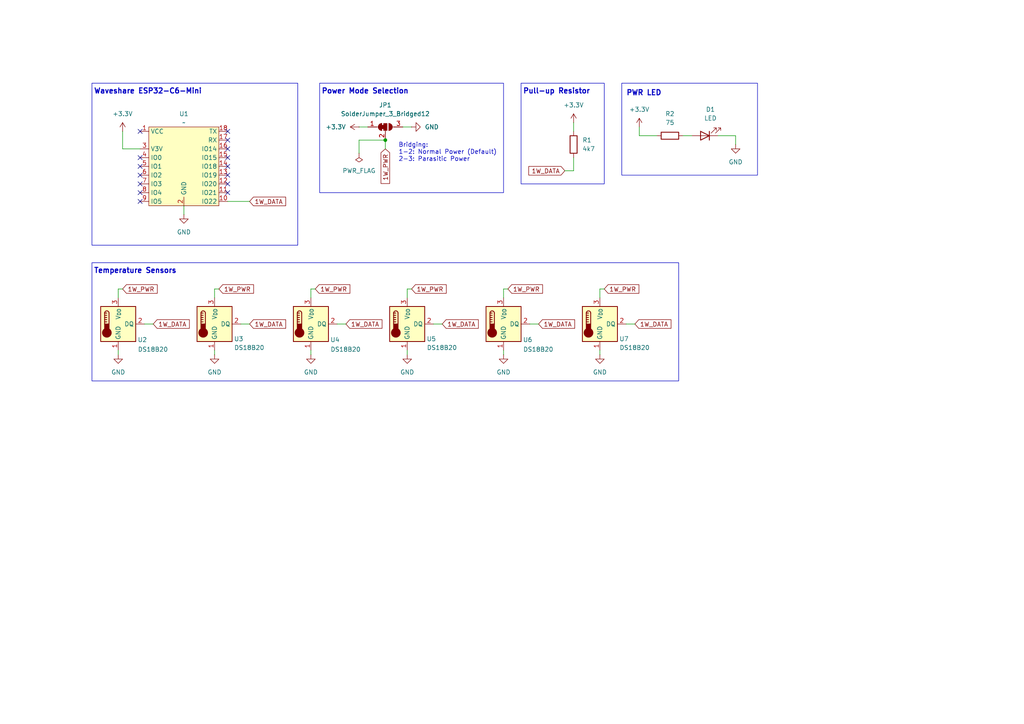
<source format=kicad_sch>
(kicad_sch (version 20231120) (generator "eeschema") (generator_version "8.0")
  (paper "A4")
  (title_block (rev "1.0"))
  (lib_symbols
    (symbol "Device:LED" (pin_numbers hide) (pin_names (offset 1.016) hide)
      (property "Reference" "D" (at 0 2.54 0))
      (property "Value" "LED" (at 0 -2.54 0))
      (symbol "LED_0_1"
        (polyline (pts (xy -1.27 -1.27) (xy -1.27 1.27)) (stroke (width 0.254)))
        (polyline (pts (xy -1.27 0) (xy 1.27 0)))
        (polyline (pts (xy 1.27 -1.27) (xy 1.27 1.27) (xy -1.27 0) (xy 1.27 -1.27)) (stroke (width 0.254)))
        (polyline (pts (xy -3.048 -0.762) (xy -4.572 -2.286) (xy -3.81 -2.286) (xy -4.572 -2.286) (xy -4.572 -1.524)))
        (polyline (pts (xy -1.778 -0.762) (xy -3.302 -2.286) (xy -2.54 -2.286) (xy -3.302 -2.286) (xy -3.302 -1.524)))
      )
      (symbol "LED_1_1"
        (pin passive line (at -3.81 0 0) (length 2.54) (name "K") (number "1"))
        (pin passive line (at 3.81 0 180) (length 2.54) (name "A") (number "2"))
      )
    )
    (symbol "Device:R" (pin_numbers hide) (pin_names (offset 0))
      (property "Reference" "R" (at 2.032 0 90))
      (property "Value" "R" (at 0 0 90))
      (symbol "R_0_1"
        (rectangle (start -1.016 -2.54) (end 1.016 2.54) (stroke (width 0.254)))
      )
      (symbol "R_1_1"
        (pin passive line (at 0 3.81 270) (length 1.27) (name "~") (number "1"))
        (pin passive line (at 0 -3.81 90) (length 1.27) (name "~") (number "2"))
      )
    )
    (symbol "Jumper:SolderJumper_3_Bridged12" (pin_names (offset 0) hide)
      (property "Reference" "JP" (at -2.54 -2.54 0))
      (property "Value" "SolderJumper_3_Bridged12" (at 0 2.794 0))
      (symbol "SolderJumper_3_Bridged12_0_1"
        (rectangle (start -1.016 0.508) (end -0.508 -0.508) (fill (type outline)))
        (arc (start -1.016 1.016) (mid -2.0276 0) (end -1.016 -1.016))
        (arc (start -1.016 1.016) (mid -2.0276 0) (end -1.016 -1.016) (fill (type outline)))
        (rectangle (start -0.508 1.016) (end 0.508 -1.016) (fill (type outline)))
        (polyline (pts (xy -2.54 0) (xy -2.032 0)))
        (polyline (pts (xy -1.016 1.016) (xy -1.016 -1.016)))
        (polyline (pts (xy 0 -1.27) (xy 0 -1.016)))
        (polyline (pts (xy 1.016 1.016) (xy 1.016 -1.016)))
        (polyline (pts (xy 2.54 0) (xy 2.032 0)))
        (arc (start 1.016 -1.016) (mid 2.0276 0) (end 1.016 1.016))
        (arc (start 1.016 -1.016) (mid 2.0276 0) (end 1.016 1.016) (fill (type outline)))
      )
      (symbol "SolderJumper_3_Bridged12_1_1"
        (pin passive line (at -5.08 0 0) (length 2.54) (name "A") (number "1"))
        (pin passive line (at 0 -3.81 90) (length 2.54) (name "C") (number "2"))
        (pin passive line (at 5.08 0 180) (length 2.54) (name "B") (number "3"))
      )
    )
    (symbol "Sensor_Temperature:DS18B20"
      (property "Reference" "U" (at -3.81 6.35 0))
      (property "Value" "DS18B20" (at 6.35 6.35 0))
      (symbol "DS18B20_0_1"
        (rectangle (start -5.08 5.08) (end 5.08 -5.08) (stroke (width 0.254)) (fill (type background)))
        (circle (center -3.302 -2.54) (radius 1.27) (stroke (width 0.254)) (fill (type outline)))
        (rectangle (start -2.667 -1.905) (end -3.937 0) (stroke (width 0.254)) (fill (type outline)))
        (arc (start -2.667 3.175) (mid -3.302 3.8073) (end -3.937 3.175) (stroke (width 0.254)))
        (polyline (pts (xy -3.937 0.635) (xy -3.302 0.635)) (stroke (width 0.254)))
        (polyline (pts (xy -3.937 1.27) (xy -3.302 1.27)) (stroke (width 0.254)))
        (polyline (pts (xy -3.937 1.905) (xy -3.302 1.905)) (stroke (width 0.254)))
        (polyline (pts (xy -3.937 2.54) (xy -3.302 2.54)) (stroke (width 0.254)))
        (polyline (pts (xy -3.937 3.175) (xy -3.937 0)) (stroke (width 0.254)))
        (polyline (pts (xy -3.937 3.175) (xy -3.302 3.175)) (stroke (width 0.254)))
        (polyline (pts (xy -2.667 3.175) (xy -2.667 0)) (stroke (width 0.254)))
      )
      (symbol "DS18B20_1_1"
        (pin power_in line (at 0 -7.62 90) (length 2.54) (name "GND") (number "1"))
        (pin bidirectional line (at 7.62 0 180) (length 2.54) (name "DQ") (number "2"))
        (pin power_in line (at 0 7.62 270) (length 2.54) (name "V_{DD}") (number "3"))
      )
    )
    (symbol "Waveshare-ESP32:Waveshare-ESP32-C6-Zero"
      (property "Reference" "U1" (at 0 15.24 0))
      (property "Value" "~" (at 0 12.7 0))
      (symbol "Waveshare-ESP32-C6-Zero_1_1"
        (rectangle (start -10.16 11.43) (end 10.16 -11.43) (fill (type background)))
        (pin power_out line (at -12.7 10.16 0) (length 2.54) (name "VCC") (number "1"))
        (pin bidirectional line (at 12.7 -10.16 180) (length 2.54) (name "IO22") (number "10"))
        (pin bidirectional line (at 12.7 -7.62 180) (length 2.54) (name "IO21") (number "11"))
        (pin bidirectional line (at 12.7 -5.08 180) (length 2.54) (name "IO20") (number "12"))
        (pin bidirectional line (at 12.7 -2.54 180) (length 2.54) (name "IO19") (number "13"))
        (pin bidirectional line (at 12.7 0 180) (length 2.54) (name "IO18") (number "14"))
        (pin bidirectional line (at 12.7 2.54 180) (length 2.54) (name "IO15") (number "15"))
        (pin bidirectional line (at 12.7 5.08 180) (length 2.54) (name "IO14") (number "16"))
        (pin bidirectional line (at 12.7 7.62 180) (length 2.54) (name "RX") (number "17"))
        (pin bidirectional line (at 12.7 10.16 180) (length 2.54) (name "TX") (number "18"))
        (pin power_out line (at 0 -11.43 90) (length 2.54) (name "GND") (number "2"))
        (pin power_out line (at -12.7 5.08 0) (length 2.54) (name "V3V") (number "3"))
        (pin bidirectional line (at -12.7 2.54 0) (length 2.54) (name "IO0") (number "4"))
        (pin bidirectional line (at -12.7 0 0) (length 2.54) (name "IO1") (number "5"))
        (pin bidirectional line (at -12.7 -2.54 0) (length 2.54) (name "IO2") (number "6"))
        (pin bidirectional line (at -12.7 -5.08 0) (length 2.54) (name "IO3") (number "7"))
        (pin bidirectional line (at -12.7 -7.62 0) (length 2.54) (name "IO4") (number "8"))
        (pin bidirectional line (at -12.7 -10.16 0) (length 2.54) (name "IO5") (number "9"))
      )
    )
    (symbol "power:+3.3V" (power) (pin_numbers hide) (pin_names (offset 0) hide)
      (property "Value" "+3.3V" (at 0 3.556 0))
      (symbol "+3.3V_0_1"
        (polyline (pts (xy -0.762 1.27) (xy 0 2.54)))
        (polyline (pts (xy 0 0) (xy 0 2.54)))
        (polyline (pts (xy 0 2.54) (xy 0.762 1.27)))
      )
      (symbol "+3.3V_1_1"
        (pin power_in line (at 0 0 90) (length 0) (name "~") (number "1"))
      )
    )
    (symbol "power:GND" (power) (pin_numbers hide) (pin_names (offset 0) hide)
      (property "Value" "GND" (at 0 -3.81 0))
      (symbol "GND_0_1"
        (polyline (pts (xy 0 0) (xy 0 -1.27) (xy 1.27 -1.27) (xy 0 -2.54) (xy -1.27 -1.27) (xy 0 -1.27)))
      )
      (symbol "GND_1_1"
        (pin power_in line (at 0 0 270) (length 0) (name "~") (number "1"))
      )
    )
    (symbol "power:PWR_FLAG" (power) (pin_numbers hide) (pin_names (offset 0) hide)
      (property "Value" "PWR_FLAG" (at 0 3.81 0))
      (symbol "PWR_FLAG_0_0"
        (pin power_out line (at 0 0 90) (length 0) (name "~") (number "1"))
      )
      (symbol "PWR_FLAG_0_1"
        (polyline (pts (xy 0 0) (xy 0 1.27) (xy -1.016 1.905) (xy 0 2.54) (xy 1.016 1.905) (xy 0 1.27)))
      )
    )
  )
  (junction (at 111.76 40.64))
  (no_connect (at 40.64 58.42))
  (no_connect (at 66.04 55.88))
  (no_connect (at 66.04 43.18))
  (no_connect (at 40.64 55.88))
  (no_connect (at 40.64 45.72))
  (no_connect (at 66.04 48.26))
  (no_connect (at 40.64 53.34))
  (no_connect (at 66.04 38.1))
  (no_connect (at 66.04 45.72))
  (no_connect (at 66.04 50.8))
  (no_connect (at 66.04 53.34))
  (no_connect (at 40.64 48.26))
  (no_connect (at 40.64 38.1))
  (no_connect (at 40.64 50.8))
  (no_connect (at 66.04 40.64))
  (wire (pts (xy 146.05 101.6) (xy 146.05 102.87)))
  (wire (pts (xy 208.28 39.37) (xy 213.36 39.37)))
  (wire (pts (xy 118.11 101.6) (xy 118.11 102.87)))
  (wire (pts (xy 213.36 39.37) (xy 213.36 41.91)))
  (wire (pts (xy 41.91 93.98) (xy 44.45 93.98)))
  (wire (pts (xy 90.17 86.36) (xy 90.17 83.82)))
  (wire (pts (xy 34.29 101.6) (xy 34.29 102.87)))
  (wire (pts (xy 35.56 43.18) (xy 40.64 43.18)))
  (wire (pts (xy 146.05 83.82) (xy 147.32 83.82)))
  (wire (pts (xy 53.34 59.69) (xy 53.34 62.23)))
  (wire (pts (xy 173.99 86.36) (xy 173.99 83.82)))
  (wire (pts (xy 34.29 83.82) (xy 35.56 83.82)))
  (wire (pts (xy 166.37 49.53) (xy 166.37 45.72)))
  (wire (pts (xy 62.23 101.6) (xy 62.23 102.87)))
  (wire (pts (xy 104.14 36.83) (xy 106.68 36.83)))
  (wire (pts (xy 146.05 86.36) (xy 146.05 83.82)))
  (wire (pts (xy 173.99 101.6) (xy 173.99 102.87)))
  (wire (pts (xy 166.37 35.56) (xy 166.37 38.1)))
  (wire (pts (xy 118.11 83.82) (xy 119.38 83.82)))
  (wire (pts (xy 104.14 44.45) (xy 104.14 40.64)))
  (wire (pts (xy 34.29 83.82) (xy 34.29 86.36)))
  (wire (pts (xy 153.67 93.98) (xy 156.21 93.98)))
  (wire (pts (xy 69.85 93.98) (xy 72.39 93.98)))
  (wire (pts (xy 173.99 83.82) (xy 175.26 83.82)))
  (wire (pts (xy 90.17 83.82) (xy 91.44 83.82)))
  (wire (pts (xy 116.84 36.83) (xy 119.38 36.83)))
  (wire (pts (xy 198.12 39.37) (xy 200.66 39.37)))
  (wire (pts (xy 111.76 40.64) (xy 111.76 43.18)))
  (wire (pts (xy 185.42 39.37) (xy 190.5 39.37)))
  (wire (pts (xy 104.14 40.64) (xy 111.76 40.64)))
  (wire (pts (xy 125.73 93.98) (xy 128.27 93.98)))
  (wire (pts (xy 185.42 39.37) (xy 185.42 36.83)))
  (wire (pts (xy 62.23 83.82) (xy 63.5 83.82)))
  (wire (pts (xy 62.23 86.36) (xy 62.23 83.82)))
  (wire (pts (xy 163.83 49.53) (xy 166.37 49.53)))
  (wire (pts (xy 35.56 43.18) (xy 35.56 38.1)))
  (wire (pts (xy 118.11 86.36) (xy 118.11 83.82)))
  (wire (pts (xy 66.04 58.42) (xy 72.39 58.42)))
  (wire (pts (xy 90.17 101.6) (xy 90.17 102.87)))
  (wire (pts (xy 181.61 93.98) (xy 184.15 93.98)))
  (wire (pts (xy 97.79 93.98) (xy 100.33 93.98)))
  (rectangle (start 26.67 24.13) (end 86.36 71.12))
  (rectangle (start 92.71 24.13) (end 146.05 55.88))
  (rectangle (start 180.34 24.13) (end 219.71 50.8))
  (rectangle (start 151.13 24.13) (end 175.26 53.34))
  (rectangle (start 26.67 76.2) (end 196.85 110.49))
  (text "Waveshare ESP32-C6-Mini" (at 27.178 27.432 0) (effects (font (size 1.5 1.5) (thickness 0.3) (bold yes)) (justify left bottom)))
  (text "Pull-up Resistor" (at 151.638 27.432 0) (effects (font (size 1.5 1.5) (thickness 0.3) (bold yes)) (justify left bottom)))
  (text "PWR LED" (at 181.61 27.94 0) (effects (font (size 1.5 1.5) (thickness 0.3) (bold yes)) (justify left bottom)))
  (text "Power Mode Selection" (at 93.218 27.432 0) (effects (font (size 1.5 1.5) (thickness 0.3) (bold yes)) (justify left bottom)))
  (text "Bridging:\n1-2: Normal Power (Default)\n2-3: Parasitic Power" (at 115.57 46.99 0) (effects (font (size 1.27 1.27)) (justify left bottom)))
  (text "Temperature Sensors" (at 27.178 79.502 0) (effects (font (size 1.5 1.5) (thickness 0.3) (bold yes)) (justify left bottom)))
  (global_label "1W_DATA" (shape input) (at 44.45 93.98 0) (property "Intersheetrefs" "${INTERSHEET_REFS}" (effects (hide yes))))
  (global_label "1W_PWR" (shape input) (at 175.26 83.82 0) (property "Intersheetrefs" "${INTERSHEET_REFS}" (effects (hide yes))))
  (global_label "1W_DATA" (shape input) (at 163.83 49.53 180) (property "Intersheetrefs" "${INTERSHEET_REFS}" (effects (hide yes))))
  (global_label "1W_PWR" (shape input) (at 63.5 83.82 0) (property "Intersheetrefs" "${INTERSHEET_REFS}" (effects (hide yes))))
  (global_label "1W_DATA" (shape input) (at 184.15 93.98 0) (property "Intersheetrefs" "${INTERSHEET_REFS}" (effects (hide yes))))
  (global_label "1W_PWR" (shape input) (at 91.44 83.82 0) (property "Intersheetrefs" "${INTERSHEET_REFS}" (effects (hide yes))))
  (global_label "1W_PWR" (shape input) (at 147.32 83.82 0) (property "Intersheetrefs" "${INTERSHEET_REFS}" (effects (hide yes))))
  (global_label "1W_PWR" (shape input) (at 119.38 83.82 0) (property "Intersheetrefs" "${INTERSHEET_REFS}" (effects (hide yes))))
  (global_label "1W_DATA" (shape input) (at 128.27 93.98 0) (property "Intersheetrefs" "${INTERSHEET_REFS}" (effects (hide yes))))
  (global_label "1W_PWR" (shape input) (at 35.56 83.82 0) (property "Intersheetrefs" "${INTERSHEET_REFS}" (effects (hide yes))))
  (global_label "1W_DATA" (shape input) (at 156.21 93.98 0) (property "Intersheetrefs" "${INTERSHEET_REFS}" (effects (hide yes))))
  (global_label "1W_DATA" (shape input) (at 72.39 58.42 0) (property "Intersheetrefs" "${INTERSHEET_REFS}" (effects (hide yes))))
  (global_label "1W_PWR" (shape input) (at 111.76 43.18 270) (property "Intersheetrefs" "${INTERSHEET_REFS}" (effects (hide yes))))
  (global_label "1W_DATA" (shape input) (at 100.33 93.98 0) (property "Intersheetrefs" "${INTERSHEET_REFS}" (effects (hide yes))))
  (global_label "1W_DATA" (shape input) (at 72.39 93.98 0) (property "Intersheetrefs" "${INTERSHEET_REFS}" (effects (hide yes))))
  (symbol (lib_id "power:GND") (at 90.17 102.87 0) (unit 1)
    (property "Reference" "#PWR010" (effects (hide yes)))
    (property "Value" "GND" (at 90.17 107.95 0))
  )
  (symbol (lib_id "power:GND") (at 118.11 102.87 0) (unit 1)
    (property "Reference" "#PWR011" (effects (hide yes)))
    (property "Value" "GND" (at 118.11 107.95 0))
  )
  (symbol (lib_id "Device:R") (at 194.31 39.37 90) (unit 1)
    (property "Reference" "R2" (at 194.31 33.02 90))
    (property "Value" "75" (at 194.31 35.56 90))
    (property "Footprint" "Resistor_SMD:R_0805_2012Metric_Pad1.20x1.40mm_HandSolder" (effects (hide yes)))
  )
  (symbol (lib_id "power:GND") (at 119.38 36.83 90) (unit 1)
    (property "Reference" "#PWR05" (effects (hide yes)))
    (property "Value" "GND" (at 123.19 36.83 90) (effects (justify right)))
  )
  (symbol (lib_id "power:PWR_FLAG") (at 104.14 44.45 180) (unit 1)
    (property "Reference" "#FLG01" (effects (hide yes)))
    (property "Value" "PWR_FLAG" (at 104.14 49.53 0))
    (property "Description" "Special symbol for telling ERC where power comes from" (effects (hide yes)))
  )
  (symbol (lib_id "Device:R") (at 166.37 41.91 0) (unit 1)
    (property "Reference" "R1" (at 168.91 40.64 0) (effects (justify left)))
    (property "Value" "4k7" (at 168.91 43.18 0) (effects (justify left)))
    (property "Footprint" "Resistor_SMD:R_0805_2012Metric_Pad1.20x1.40mm_HandSolder" (effects (hide yes)))
  )
  (symbol (lib_id "Sensor_Temperature:DS18B20") (at 173.99 93.98 0) (unit 1)
    (property "Reference" "U7" (at 182.372 98.298 0) (effects (justify right)))
    (property "Value" "DS18B20" (at 188.468 100.838 0) (effects (justify right)))
    (property "Footprint" "TerminalBlock:TerminalBlock_Xinya_XY308-2.54-3P_1x03_P2.54mm_Horizontal" (effects (hide yes)))
    (property "Datasheet" "http://datasheets.maximintegrated.com/en/ds/DS18B20.pdf" (effects (hide yes)))
    (property "Description" "Programmable Resolution 1-Wire Digital Thermometer TO-92" (effects (hide yes)))
  )
  (symbol (lib_id "Sensor_Temperature:DS18B20") (at 146.05 93.98 0) (unit 1)
    (property "Reference" "U6" (at 154.432 98.552 0) (effects (justify right)))
    (property "Value" "DS18B20" (at 160.528 101.346 0) (effects (justify right)))
    (property "Footprint" "TerminalBlock:TerminalBlock_Xinya_XY308-2.54-3P_1x03_P2.54mm_Horizontal" (effects (hide yes)))
    (property "Datasheet" "http://datasheets.maximintegrated.com/en/ds/DS18B20.pdf" (effects (hide yes)))
    (property "Description" "Programmable Resolution 1-Wire Digital Thermometer TO-92" (effects (hide yes)))
  )
  (symbol (lib_id "Sensor_Temperature:DS18B20") (at 118.11 93.98 0) (unit 1)
    (property "Reference" "U5" (at 126.492 98.298 0) (effects (justify right)))
    (property "Value" "DS18B20" (at 132.588 100.838 0) (effects (justify right)))
    (property "Footprint" "TerminalBlock:TerminalBlock_Xinya_XY308-2.54-3P_1x03_P2.54mm_Horizontal" (effects (hide yes)))
    (property "Datasheet" "http://datasheets.maximintegrated.com/en/ds/DS18B20.pdf" (effects (hide yes)))
    (property "Description" "Programmable Resolution 1-Wire Digital Thermometer TO-92" (effects (hide yes)))
  )
  (symbol (lib_id "power:GND") (at 53.34 62.23 0) (unit 1)
    (property "Reference" "#PWR01" (effects (hide yes)))
    (property "Value" "GND" (at 53.34 67.31 0))
    (property "Description" "Power symbol creates a global label with name \"GND\" , ground" (effects (hide yes)))
  )
  (symbol (lib_id "Waveshare-ESP32:Waveshare-ESP32-C6-Zero") (at 53.34 48.26 0) (unit 1)
    (property "Reference" "U1" (at 53.34 33.02 0))
    (property "Value" "~" (at 53.34 35.56 0))
    (property "Footprint" "Waveshare-ESP32:Waveshare-ESP32-C6-Zero" (effects (hide yes)))
    (property "Datasheet" "https://www.waveshare.com/wiki/ESP32-C6-Zero" (effects (hide yes)))
  )
  (symbol (lib_id "power:+3.3V") (at 185.42 36.83 0) (unit 1)
    (property "Reference" "#PWR02" (effects (hide yes)))
    (property "Value" "+3.3V" (at 185.42 31.75 0))
  )
  (symbol (lib_id "power:GND") (at 146.05 102.87 0) (unit 1)
    (property "Reference" "#PWR06" (effects (hide yes)))
    (property "Value" "GND" (at 146.05 107.95 0))
  )
  (symbol (lib_id "Sensor_Temperature:DS18B20") (at 34.29 93.98 0) (unit 1)
    (property "Reference" "U2" (at 42.672 98.552 0) (effects (justify right)))
    (property "Value" "DS18B20" (at 48.768 101.346 0) (effects (justify right)))
    (property "Footprint" "TerminalBlock:TerminalBlock_Xinya_XY308-2.54-3P_1x03_P2.54mm_Horizontal" (effects (hide yes)))
    (property "Datasheet" "http://datasheets.maximintegrated.com/en/ds/DS18B20.pdf" (effects (hide yes)))
    (property "Description" "Programmable Resolution 1-Wire Digital Thermometer TO-92" (effects (hide yes)))
  )
  (symbol (lib_id "power:GND") (at 173.99 102.87 0) (unit 1)
    (property "Reference" "#PWR012" (effects (hide yes)))
    (property "Value" "GND" (at 173.99 107.95 0))
  )
  (symbol (lib_id "Sensor_Temperature:DS18B20") (at 90.17 93.98 0) (unit 1)
    (property "Reference" "U4" (at 98.552 98.552 0) (effects (justify right)))
    (property "Value" "DS18B20" (at 104.648 101.346 0) (effects (justify right)))
    (property "Footprint" "TerminalBlock:TerminalBlock_Xinya_XY308-2.54-3P_1x03_P2.54mm_Horizontal" (effects (hide yes)))
    (property "Datasheet" "http://datasheets.maximintegrated.com/en/ds/DS18B20.pdf" (effects (hide yes)))
    (property "Description" "Programmable Resolution 1-Wire Digital Thermometer TO-92" (effects (hide yes)))
  )
  (symbol (lib_id "Jumper:SolderJumper_3_Bridged12") (at 111.76 36.83 0) (unit 1)
    (property "Reference" "JP1" (at 111.76 30.48 0))
    (property "Value" "SolderJumper_3_Bridged12" (at 111.76 33.02 0))
    (property "Footprint" "Jumper:SolderJumper-3_P1.3mm_Bridged12_Pad1.0x1.5mm_NumberLabels" (effects (hide yes)))
  )
  (symbol (lib_id "Device:LED") (at 204.47 39.37 180) (unit 1)
    (property "Reference" "D1" (at 206.0575 31.75 0))
    (property "Value" "LED" (at 206.0575 34.29 0))
    (property "Footprint" "LED_SMD:LED_0805_2012Metric_Pad1.15x1.40mm_HandSolder" (effects (hide yes)))
  )
  (symbol (lib_id "power:+3.3V") (at 166.37 35.56 0) (unit 1)
    (property "Reference" "#PWR07" (effects (hide yes)))
    (property "Value" "+3.3V" (at 166.37 30.48 0))
  )
  (symbol (lib_id "power:+3.3V") (at 104.14 36.83 90) (unit 1)
    (property "Reference" "#PWR04" (effects (hide yes)))
    (property "Value" "+3.3V" (at 100.33 36.83 90) (effects (justify left)))
  )
  (symbol (lib_id "power:GND") (at 62.23 102.87 0) (unit 1)
    (property "Reference" "#PWR08" (effects (hide yes)))
    (property "Value" "GND" (at 62.23 107.95 0))
  )
  (symbol (lib_id "power:+3.3V") (at 35.56 38.1 0) (unit 1)
    (property "Reference" "#PWR03" (effects (hide yes)))
    (property "Value" "+3.3V" (at 35.56 33.02 0))
    (property "Description" "Power symbol creates a global label with name \"+3.3V\"" (effects (hide yes)))
  )
  (symbol (lib_id "power:GND") (at 34.29 102.87 0) (unit 1)
    (property "Reference" "#PWR09" (effects (hide yes)))
    (property "Value" "GND" (at 34.29 107.95 0))
  )
  (symbol (lib_id "Sensor_Temperature:DS18B20") (at 62.23 93.98 0) (unit 1)
    (property "Reference" "U3" (at 70.612 98.298 0) (effects (justify right)))
    (property "Value" "DS18B20" (at 76.708 100.838 0) (effects (justify right)))
    (property "Footprint" "TerminalBlock:TerminalBlock_Xinya_XY308-2.54-3P_1x03_P2.54mm_Horizontal" (effects (hide yes)))
    (property "Datasheet" "http://datasheets.maximintegrated.com/en/ds/DS18B20.pdf" (effects (hide yes)))
    (property "Description" "Programmable Resolution 1-Wire Digital Thermometer TO-92" (effects (hide yes)))
  )
  (symbol (lib_id "power:GND") (at 213.36 41.91 0) (unit 1)
    (property "Reference" "#PWR013" (effects (hide yes)))
    (property "Value" "GND" (at 213.36 46.99 0))
  )
)
</source>
